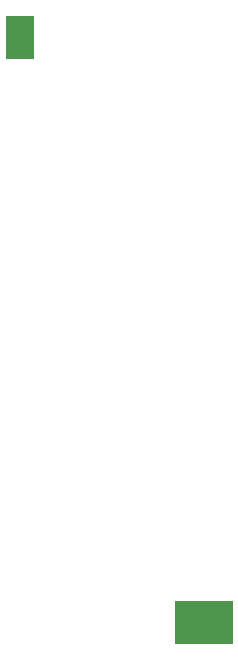
<source format=gbr>
%TF.GenerationSoftware,KiCad,Pcbnew,8.0.7*%
%TF.CreationDate,2025-05-16T10:15:14+02:00*%
%TF.ProjectId,PROJETPCB,50524f4a-4554-4504-9342-2e6b69636164,rev?*%
%TF.SameCoordinates,Original*%
%TF.FileFunction,Legend,Bot*%
%TF.FilePolarity,Positive*%
%FSLAX46Y46*%
G04 Gerber Fmt 4.6, Leading zero omitted, Abs format (unit mm)*
G04 Created by KiCad (PCBNEW 8.0.7) date 2025-05-16 10:15:14*
%MOMM*%
%LPD*%
G01*
G04 APERTURE LIST*
%ADD10C,0.100000*%
G04 APERTURE END LIST*
D10*
X203873799Y-43290467D02*
X206173799Y-43290467D01*
X206173799Y-46790467D01*
X203873799Y-46790467D01*
X203873799Y-43290467D01*
G36*
X203873799Y-43290467D02*
G01*
X206173799Y-43290467D01*
X206173799Y-46790467D01*
X203873799Y-46790467D01*
X203873799Y-43290467D01*
G37*
X218173999Y-92826813D02*
X222949199Y-92826813D01*
X222949199Y-96326813D01*
X218173999Y-96326813D01*
X218173999Y-92826813D01*
G36*
X218173999Y-92826813D02*
G01*
X222949199Y-92826813D01*
X222949199Y-96326813D01*
X218173999Y-96326813D01*
X218173999Y-92826813D01*
G37*
M02*

</source>
